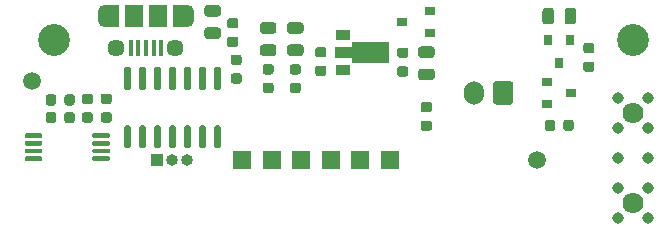
<source format=gts>
%TF.GenerationSoftware,KiCad,Pcbnew,5.1.9-73d0e3b20d~88~ubuntu20.04.1*%
%TF.CreationDate,2021-04-22T17:18:43+01:00*%
%TF.ProjectId,hat,6861742e-6b69-4636-9164-5f7063625858,rev?*%
%TF.SameCoordinates,Original*%
%TF.FileFunction,Soldermask,Top*%
%TF.FilePolarity,Negative*%
%FSLAX46Y46*%
G04 Gerber Fmt 4.6, Leading zero omitted, Abs format (unit mm)*
G04 Created by KiCad (PCBNEW 5.1.9-73d0e3b20d~88~ubuntu20.04.1) date 2021-04-22 17:18:43*
%MOMM*%
%LPD*%
G01*
G04 APERTURE LIST*
%ADD10C,0.970000*%
%ADD11C,1.780000*%
%ADD12R,0.900000X0.800000*%
%ADD13O,1.000000X1.000000*%
%ADD14R,1.000000X1.000000*%
%ADD15R,1.500000X1.500000*%
%ADD16C,1.500000*%
%ADD17R,0.800000X0.900000*%
%ADD18C,2.700000*%
%ADD19C,0.100000*%
%ADD20R,1.300000X0.900000*%
%ADD21R,1.200000X1.900000*%
%ADD22O,1.200000X1.900000*%
%ADD23R,1.500000X1.900000*%
%ADD24C,1.450000*%
%ADD25R,0.400000X1.350000*%
%ADD26O,1.700000X2.000000*%
G04 APERTURE END LIST*
%TO.C,R9*%
G36*
G01*
X149006250Y-104650000D02*
X148493750Y-104650000D01*
G75*
G02*
X148275000Y-104431250I0J218750D01*
G01*
X148275000Y-103993750D01*
G75*
G02*
X148493750Y-103775000I218750J0D01*
G01*
X149006250Y-103775000D01*
G75*
G02*
X149225000Y-103993750I0J-218750D01*
G01*
X149225000Y-104431250D01*
G75*
G02*
X149006250Y-104650000I-218750J0D01*
G01*
G37*
G36*
G01*
X149006250Y-106225000D02*
X148493750Y-106225000D01*
G75*
G02*
X148275000Y-106006250I0J218750D01*
G01*
X148275000Y-105568750D01*
G75*
G02*
X148493750Y-105350000I218750J0D01*
G01*
X149006250Y-105350000D01*
G75*
G02*
X149225000Y-105568750I0J-218750D01*
G01*
X149225000Y-106006250D01*
G75*
G02*
X149006250Y-106225000I-218750J0D01*
G01*
G37*
%TD*%
%TO.C,R8*%
G36*
G01*
X118856250Y-102550000D02*
X118343750Y-102550000D01*
G75*
G02*
X118125000Y-102331250I0J218750D01*
G01*
X118125000Y-101893750D01*
G75*
G02*
X118343750Y-101675000I218750J0D01*
G01*
X118856250Y-101675000D01*
G75*
G02*
X119075000Y-101893750I0J-218750D01*
G01*
X119075000Y-102331250D01*
G75*
G02*
X118856250Y-102550000I-218750J0D01*
G01*
G37*
G36*
G01*
X118856250Y-104125000D02*
X118343750Y-104125000D01*
G75*
G02*
X118125000Y-103906250I0J218750D01*
G01*
X118125000Y-103468750D01*
G75*
G02*
X118343750Y-103250000I218750J0D01*
G01*
X118856250Y-103250000D01*
G75*
G02*
X119075000Y-103468750I0J-218750D01*
G01*
X119075000Y-103906250D01*
G75*
G02*
X118856250Y-104125000I-218750J0D01*
G01*
G37*
%TD*%
%TO.C,R1*%
G36*
G01*
X134743750Y-110350000D02*
X135256250Y-110350000D01*
G75*
G02*
X135475000Y-110568750I0J-218750D01*
G01*
X135475000Y-111006250D01*
G75*
G02*
X135256250Y-111225000I-218750J0D01*
G01*
X134743750Y-111225000D01*
G75*
G02*
X134525000Y-111006250I0J218750D01*
G01*
X134525000Y-110568750D01*
G75*
G02*
X134743750Y-110350000I218750J0D01*
G01*
G37*
G36*
G01*
X134743750Y-108775000D02*
X135256250Y-108775000D01*
G75*
G02*
X135475000Y-108993750I0J-218750D01*
G01*
X135475000Y-109431250D01*
G75*
G02*
X135256250Y-109650000I-218750J0D01*
G01*
X134743750Y-109650000D01*
G75*
G02*
X134525000Y-109431250I0J218750D01*
G01*
X134525000Y-108993750D01*
G75*
G02*
X134743750Y-108775000I218750J0D01*
G01*
G37*
%TD*%
%TO.C,D6*%
G36*
G01*
X146700000Y-101956250D02*
X146700000Y-101043750D01*
G75*
G02*
X146943750Y-100800000I243750J0D01*
G01*
X147431250Y-100800000D01*
G75*
G02*
X147675000Y-101043750I0J-243750D01*
G01*
X147675000Y-101956250D01*
G75*
G02*
X147431250Y-102200000I-243750J0D01*
G01*
X146943750Y-102200000D01*
G75*
G02*
X146700000Y-101956250I0J243750D01*
G01*
G37*
G36*
G01*
X144825000Y-101956250D02*
X144825000Y-101043750D01*
G75*
G02*
X145068750Y-100800000I243750J0D01*
G01*
X145556250Y-100800000D01*
G75*
G02*
X145800000Y-101043750I0J-243750D01*
G01*
X145800000Y-101956250D01*
G75*
G02*
X145556250Y-102200000I-243750J0D01*
G01*
X145068750Y-102200000D01*
G75*
G02*
X144825000Y-101956250I0J243750D01*
G01*
G37*
%TD*%
%TO.C,D5*%
G36*
G01*
X117356250Y-101550000D02*
X116443750Y-101550000D01*
G75*
G02*
X116200000Y-101306250I0J243750D01*
G01*
X116200000Y-100818750D01*
G75*
G02*
X116443750Y-100575000I243750J0D01*
G01*
X117356250Y-100575000D01*
G75*
G02*
X117600000Y-100818750I0J-243750D01*
G01*
X117600000Y-101306250D01*
G75*
G02*
X117356250Y-101550000I-243750J0D01*
G01*
G37*
G36*
G01*
X117356250Y-103425000D02*
X116443750Y-103425000D01*
G75*
G02*
X116200000Y-103181250I0J243750D01*
G01*
X116200000Y-102693750D01*
G75*
G02*
X116443750Y-102450000I243750J0D01*
G01*
X117356250Y-102450000D01*
G75*
G02*
X117600000Y-102693750I0J-243750D01*
G01*
X117600000Y-103181250D01*
G75*
G02*
X117356250Y-103425000I-243750J0D01*
G01*
G37*
%TD*%
%TO.C,D1*%
G36*
G01*
X135456250Y-105050000D02*
X134543750Y-105050000D01*
G75*
G02*
X134300000Y-104806250I0J243750D01*
G01*
X134300000Y-104318750D01*
G75*
G02*
X134543750Y-104075000I243750J0D01*
G01*
X135456250Y-104075000D01*
G75*
G02*
X135700000Y-104318750I0J-243750D01*
G01*
X135700000Y-104806250D01*
G75*
G02*
X135456250Y-105050000I-243750J0D01*
G01*
G37*
G36*
G01*
X135456250Y-106925000D02*
X134543750Y-106925000D01*
G75*
G02*
X134300000Y-106681250I0J243750D01*
G01*
X134300000Y-106193750D01*
G75*
G02*
X134543750Y-105950000I243750J0D01*
G01*
X135456250Y-105950000D01*
G75*
G02*
X135700000Y-106193750I0J-243750D01*
G01*
X135700000Y-106681250D01*
G75*
G02*
X135456250Y-106925000I-243750J0D01*
G01*
G37*
%TD*%
D10*
%TO.C,J3*%
X153770000Y-118580000D03*
X151230000Y-118580000D03*
X153770000Y-116040000D03*
X151230000Y-116040000D03*
X153770000Y-113500000D03*
X151230000Y-113500000D03*
X153770000Y-110960000D03*
X151230000Y-110960000D03*
X153770000Y-108420000D03*
X151230000Y-108420000D03*
D11*
X152500000Y-117310000D03*
X152500000Y-109690000D03*
%TD*%
%TO.C,R7*%
G36*
G01*
X103650000Y-109843750D02*
X103650000Y-110356250D01*
G75*
G02*
X103431250Y-110575000I-218750J0D01*
G01*
X102993750Y-110575000D01*
G75*
G02*
X102775000Y-110356250I0J218750D01*
G01*
X102775000Y-109843750D01*
G75*
G02*
X102993750Y-109625000I218750J0D01*
G01*
X103431250Y-109625000D01*
G75*
G02*
X103650000Y-109843750I0J-218750D01*
G01*
G37*
G36*
G01*
X105225000Y-109843750D02*
X105225000Y-110356250D01*
G75*
G02*
X105006250Y-110575000I-218750J0D01*
G01*
X104568750Y-110575000D01*
G75*
G02*
X104350000Y-110356250I0J218750D01*
G01*
X104350000Y-109843750D01*
G75*
G02*
X104568750Y-109625000I218750J0D01*
G01*
X105006250Y-109625000D01*
G75*
G02*
X105225000Y-109843750I0J-218750D01*
G01*
G37*
%TD*%
%TO.C,R2*%
G36*
G01*
X103650000Y-108343750D02*
X103650000Y-108856250D01*
G75*
G02*
X103431250Y-109075000I-218750J0D01*
G01*
X102993750Y-109075000D01*
G75*
G02*
X102775000Y-108856250I0J218750D01*
G01*
X102775000Y-108343750D01*
G75*
G02*
X102993750Y-108125000I218750J0D01*
G01*
X103431250Y-108125000D01*
G75*
G02*
X103650000Y-108343750I0J-218750D01*
G01*
G37*
G36*
G01*
X105225000Y-108343750D02*
X105225000Y-108856250D01*
G75*
G02*
X105006250Y-109075000I-218750J0D01*
G01*
X104568750Y-109075000D01*
G75*
G02*
X104350000Y-108856250I0J218750D01*
G01*
X104350000Y-108343750D01*
G75*
G02*
X104568750Y-108125000I218750J0D01*
G01*
X105006250Y-108125000D01*
G75*
G02*
X105225000Y-108343750I0J-218750D01*
G01*
G37*
%TD*%
D12*
%TO.C,D4*%
X132900000Y-102000000D03*
X135300000Y-101050000D03*
X135300000Y-102950000D03*
%TD*%
%TO.C,C3*%
G36*
G01*
X108156250Y-108950000D02*
X107643750Y-108950000D01*
G75*
G02*
X107425000Y-108731250I0J218750D01*
G01*
X107425000Y-108293750D01*
G75*
G02*
X107643750Y-108075000I218750J0D01*
G01*
X108156250Y-108075000D01*
G75*
G02*
X108375000Y-108293750I0J-218750D01*
G01*
X108375000Y-108731250D01*
G75*
G02*
X108156250Y-108950000I-218750J0D01*
G01*
G37*
G36*
G01*
X108156250Y-110525000D02*
X107643750Y-110525000D01*
G75*
G02*
X107425000Y-110306250I0J218750D01*
G01*
X107425000Y-109868750D01*
G75*
G02*
X107643750Y-109650000I218750J0D01*
G01*
X108156250Y-109650000D01*
G75*
G02*
X108375000Y-109868750I0J-218750D01*
G01*
X108375000Y-110306250D01*
G75*
G02*
X108156250Y-110525000I-218750J0D01*
G01*
G37*
%TD*%
D13*
%TO.C,JP1*%
X114770000Y-113700000D03*
X113500000Y-113700000D03*
D14*
X112230000Y-113700000D03*
%TD*%
D15*
%TO.C,TP6*%
X119400000Y-113700000D03*
%TD*%
%TO.C,TP5*%
X124400000Y-113700000D03*
%TD*%
%TO.C,TP4*%
X121900000Y-113700000D03*
%TD*%
%TO.C,TP3*%
X126900000Y-113700000D03*
%TD*%
%TO.C,TP2*%
X129400000Y-113700000D03*
%TD*%
%TO.C,TP1*%
X131900000Y-113700000D03*
%TD*%
D16*
%TO.C,FID2*%
X144400000Y-113700000D03*
%TD*%
%TO.C,FID1*%
X101600000Y-107000000D03*
%TD*%
%TO.C,IC1*%
G36*
G01*
X106725000Y-111725000D02*
X106725000Y-111525000D01*
G75*
G02*
X106825000Y-111425000I100000J0D01*
G01*
X108100000Y-111425000D01*
G75*
G02*
X108200000Y-111525000I0J-100000D01*
G01*
X108200000Y-111725000D01*
G75*
G02*
X108100000Y-111825000I-100000J0D01*
G01*
X106825000Y-111825000D01*
G75*
G02*
X106725000Y-111725000I0J100000D01*
G01*
G37*
G36*
G01*
X106725000Y-112375000D02*
X106725000Y-112175000D01*
G75*
G02*
X106825000Y-112075000I100000J0D01*
G01*
X108100000Y-112075000D01*
G75*
G02*
X108200000Y-112175000I0J-100000D01*
G01*
X108200000Y-112375000D01*
G75*
G02*
X108100000Y-112475000I-100000J0D01*
G01*
X106825000Y-112475000D01*
G75*
G02*
X106725000Y-112375000I0J100000D01*
G01*
G37*
G36*
G01*
X106725000Y-113025000D02*
X106725000Y-112825000D01*
G75*
G02*
X106825000Y-112725000I100000J0D01*
G01*
X108100000Y-112725000D01*
G75*
G02*
X108200000Y-112825000I0J-100000D01*
G01*
X108200000Y-113025000D01*
G75*
G02*
X108100000Y-113125000I-100000J0D01*
G01*
X106825000Y-113125000D01*
G75*
G02*
X106725000Y-113025000I0J100000D01*
G01*
G37*
G36*
G01*
X106725000Y-113675000D02*
X106725000Y-113475000D01*
G75*
G02*
X106825000Y-113375000I100000J0D01*
G01*
X108100000Y-113375000D01*
G75*
G02*
X108200000Y-113475000I0J-100000D01*
G01*
X108200000Y-113675000D01*
G75*
G02*
X108100000Y-113775000I-100000J0D01*
G01*
X106825000Y-113775000D01*
G75*
G02*
X106725000Y-113675000I0J100000D01*
G01*
G37*
G36*
G01*
X101000000Y-113675000D02*
X101000000Y-113475000D01*
G75*
G02*
X101100000Y-113375000I100000J0D01*
G01*
X102375000Y-113375000D01*
G75*
G02*
X102475000Y-113475000I0J-100000D01*
G01*
X102475000Y-113675000D01*
G75*
G02*
X102375000Y-113775000I-100000J0D01*
G01*
X101100000Y-113775000D01*
G75*
G02*
X101000000Y-113675000I0J100000D01*
G01*
G37*
G36*
G01*
X101000000Y-113025000D02*
X101000000Y-112825000D01*
G75*
G02*
X101100000Y-112725000I100000J0D01*
G01*
X102375000Y-112725000D01*
G75*
G02*
X102475000Y-112825000I0J-100000D01*
G01*
X102475000Y-113025000D01*
G75*
G02*
X102375000Y-113125000I-100000J0D01*
G01*
X101100000Y-113125000D01*
G75*
G02*
X101000000Y-113025000I0J100000D01*
G01*
G37*
G36*
G01*
X101000000Y-112375000D02*
X101000000Y-112175000D01*
G75*
G02*
X101100000Y-112075000I100000J0D01*
G01*
X102375000Y-112075000D01*
G75*
G02*
X102475000Y-112175000I0J-100000D01*
G01*
X102475000Y-112375000D01*
G75*
G02*
X102375000Y-112475000I-100000J0D01*
G01*
X101100000Y-112475000D01*
G75*
G02*
X101000000Y-112375000I0J100000D01*
G01*
G37*
G36*
G01*
X101000000Y-111725000D02*
X101000000Y-111525000D01*
G75*
G02*
X101100000Y-111425000I100000J0D01*
G01*
X102375000Y-111425000D01*
G75*
G02*
X102475000Y-111525000I0J-100000D01*
G01*
X102475000Y-111725000D01*
G75*
G02*
X102375000Y-111825000I-100000J0D01*
G01*
X101100000Y-111825000D01*
G75*
G02*
X101000000Y-111725000I0J100000D01*
G01*
G37*
%TD*%
%TO.C,C4*%
G36*
G01*
X106556250Y-108950000D02*
X106043750Y-108950000D01*
G75*
G02*
X105825000Y-108731250I0J218750D01*
G01*
X105825000Y-108293750D01*
G75*
G02*
X106043750Y-108075000I218750J0D01*
G01*
X106556250Y-108075000D01*
G75*
G02*
X106775000Y-108293750I0J-218750D01*
G01*
X106775000Y-108731250D01*
G75*
G02*
X106556250Y-108950000I-218750J0D01*
G01*
G37*
G36*
G01*
X106556250Y-110525000D02*
X106043750Y-110525000D01*
G75*
G02*
X105825000Y-110306250I0J218750D01*
G01*
X105825000Y-109868750D01*
G75*
G02*
X106043750Y-109650000I218750J0D01*
G01*
X106556250Y-109650000D01*
G75*
G02*
X106775000Y-109868750I0J-218750D01*
G01*
X106775000Y-110306250D01*
G75*
G02*
X106556250Y-110525000I-218750J0D01*
G01*
G37*
%TD*%
%TO.C,R6*%
G36*
G01*
X118643750Y-106350000D02*
X119156250Y-106350000D01*
G75*
G02*
X119375000Y-106568750I0J-218750D01*
G01*
X119375000Y-107006250D01*
G75*
G02*
X119156250Y-107225000I-218750J0D01*
G01*
X118643750Y-107225000D01*
G75*
G02*
X118425000Y-107006250I0J218750D01*
G01*
X118425000Y-106568750D01*
G75*
G02*
X118643750Y-106350000I218750J0D01*
G01*
G37*
G36*
G01*
X118643750Y-104775000D02*
X119156250Y-104775000D01*
G75*
G02*
X119375000Y-104993750I0J-218750D01*
G01*
X119375000Y-105431250D01*
G75*
G02*
X119156250Y-105650000I-218750J0D01*
G01*
X118643750Y-105650000D01*
G75*
G02*
X118425000Y-105431250I0J218750D01*
G01*
X118425000Y-104993750D01*
G75*
G02*
X118643750Y-104775000I218750J0D01*
G01*
G37*
%TD*%
D12*
%TO.C,Q2*%
X147250000Y-108000000D03*
X145250000Y-108950000D03*
X145250000Y-107050000D03*
%TD*%
D17*
%TO.C,Q1*%
X146250000Y-105500000D03*
X145300000Y-103500000D03*
X147200000Y-103500000D03*
%TD*%
D18*
%TO.C,H2*%
X103500000Y-103500000D03*
%TD*%
%TO.C,H1*%
X152500000Y-103500000D03*
%TD*%
%TO.C,U2*%
G36*
G01*
X109840000Y-107750000D02*
X109540000Y-107750000D01*
G75*
G02*
X109390000Y-107600000I0J150000D01*
G01*
X109390000Y-105950000D01*
G75*
G02*
X109540000Y-105800000I150000J0D01*
G01*
X109840000Y-105800000D01*
G75*
G02*
X109990000Y-105950000I0J-150000D01*
G01*
X109990000Y-107600000D01*
G75*
G02*
X109840000Y-107750000I-150000J0D01*
G01*
G37*
G36*
G01*
X111110000Y-107750000D02*
X110810000Y-107750000D01*
G75*
G02*
X110660000Y-107600000I0J150000D01*
G01*
X110660000Y-105950000D01*
G75*
G02*
X110810000Y-105800000I150000J0D01*
G01*
X111110000Y-105800000D01*
G75*
G02*
X111260000Y-105950000I0J-150000D01*
G01*
X111260000Y-107600000D01*
G75*
G02*
X111110000Y-107750000I-150000J0D01*
G01*
G37*
G36*
G01*
X112380000Y-107750000D02*
X112080000Y-107750000D01*
G75*
G02*
X111930000Y-107600000I0J150000D01*
G01*
X111930000Y-105950000D01*
G75*
G02*
X112080000Y-105800000I150000J0D01*
G01*
X112380000Y-105800000D01*
G75*
G02*
X112530000Y-105950000I0J-150000D01*
G01*
X112530000Y-107600000D01*
G75*
G02*
X112380000Y-107750000I-150000J0D01*
G01*
G37*
G36*
G01*
X113650000Y-107750000D02*
X113350000Y-107750000D01*
G75*
G02*
X113200000Y-107600000I0J150000D01*
G01*
X113200000Y-105950000D01*
G75*
G02*
X113350000Y-105800000I150000J0D01*
G01*
X113650000Y-105800000D01*
G75*
G02*
X113800000Y-105950000I0J-150000D01*
G01*
X113800000Y-107600000D01*
G75*
G02*
X113650000Y-107750000I-150000J0D01*
G01*
G37*
G36*
G01*
X114920000Y-107750000D02*
X114620000Y-107750000D01*
G75*
G02*
X114470000Y-107600000I0J150000D01*
G01*
X114470000Y-105950000D01*
G75*
G02*
X114620000Y-105800000I150000J0D01*
G01*
X114920000Y-105800000D01*
G75*
G02*
X115070000Y-105950000I0J-150000D01*
G01*
X115070000Y-107600000D01*
G75*
G02*
X114920000Y-107750000I-150000J0D01*
G01*
G37*
G36*
G01*
X116190000Y-107750000D02*
X115890000Y-107750000D01*
G75*
G02*
X115740000Y-107600000I0J150000D01*
G01*
X115740000Y-105950000D01*
G75*
G02*
X115890000Y-105800000I150000J0D01*
G01*
X116190000Y-105800000D01*
G75*
G02*
X116340000Y-105950000I0J-150000D01*
G01*
X116340000Y-107600000D01*
G75*
G02*
X116190000Y-107750000I-150000J0D01*
G01*
G37*
G36*
G01*
X117460000Y-107750000D02*
X117160000Y-107750000D01*
G75*
G02*
X117010000Y-107600000I0J150000D01*
G01*
X117010000Y-105950000D01*
G75*
G02*
X117160000Y-105800000I150000J0D01*
G01*
X117460000Y-105800000D01*
G75*
G02*
X117610000Y-105950000I0J-150000D01*
G01*
X117610000Y-107600000D01*
G75*
G02*
X117460000Y-107750000I-150000J0D01*
G01*
G37*
G36*
G01*
X117460000Y-112700000D02*
X117160000Y-112700000D01*
G75*
G02*
X117010000Y-112550000I0J150000D01*
G01*
X117010000Y-110900000D01*
G75*
G02*
X117160000Y-110750000I150000J0D01*
G01*
X117460000Y-110750000D01*
G75*
G02*
X117610000Y-110900000I0J-150000D01*
G01*
X117610000Y-112550000D01*
G75*
G02*
X117460000Y-112700000I-150000J0D01*
G01*
G37*
G36*
G01*
X116190000Y-112700000D02*
X115890000Y-112700000D01*
G75*
G02*
X115740000Y-112550000I0J150000D01*
G01*
X115740000Y-110900000D01*
G75*
G02*
X115890000Y-110750000I150000J0D01*
G01*
X116190000Y-110750000D01*
G75*
G02*
X116340000Y-110900000I0J-150000D01*
G01*
X116340000Y-112550000D01*
G75*
G02*
X116190000Y-112700000I-150000J0D01*
G01*
G37*
G36*
G01*
X114920000Y-112700000D02*
X114620000Y-112700000D01*
G75*
G02*
X114470000Y-112550000I0J150000D01*
G01*
X114470000Y-110900000D01*
G75*
G02*
X114620000Y-110750000I150000J0D01*
G01*
X114920000Y-110750000D01*
G75*
G02*
X115070000Y-110900000I0J-150000D01*
G01*
X115070000Y-112550000D01*
G75*
G02*
X114920000Y-112700000I-150000J0D01*
G01*
G37*
G36*
G01*
X113650000Y-112700000D02*
X113350000Y-112700000D01*
G75*
G02*
X113200000Y-112550000I0J150000D01*
G01*
X113200000Y-110900000D01*
G75*
G02*
X113350000Y-110750000I150000J0D01*
G01*
X113650000Y-110750000D01*
G75*
G02*
X113800000Y-110900000I0J-150000D01*
G01*
X113800000Y-112550000D01*
G75*
G02*
X113650000Y-112700000I-150000J0D01*
G01*
G37*
G36*
G01*
X112380000Y-112700000D02*
X112080000Y-112700000D01*
G75*
G02*
X111930000Y-112550000I0J150000D01*
G01*
X111930000Y-110900000D01*
G75*
G02*
X112080000Y-110750000I150000J0D01*
G01*
X112380000Y-110750000D01*
G75*
G02*
X112530000Y-110900000I0J-150000D01*
G01*
X112530000Y-112550000D01*
G75*
G02*
X112380000Y-112700000I-150000J0D01*
G01*
G37*
G36*
G01*
X111110000Y-112700000D02*
X110810000Y-112700000D01*
G75*
G02*
X110660000Y-112550000I0J150000D01*
G01*
X110660000Y-110900000D01*
G75*
G02*
X110810000Y-110750000I150000J0D01*
G01*
X111110000Y-110750000D01*
G75*
G02*
X111260000Y-110900000I0J-150000D01*
G01*
X111260000Y-112550000D01*
G75*
G02*
X111110000Y-112700000I-150000J0D01*
G01*
G37*
G36*
G01*
X109840000Y-112700000D02*
X109540000Y-112700000D01*
G75*
G02*
X109390000Y-112550000I0J150000D01*
G01*
X109390000Y-110900000D01*
G75*
G02*
X109540000Y-110750000I150000J0D01*
G01*
X109840000Y-110750000D01*
G75*
G02*
X109990000Y-110900000I0J-150000D01*
G01*
X109990000Y-112550000D01*
G75*
G02*
X109840000Y-112700000I-150000J0D01*
G01*
G37*
%TD*%
D19*
%TO.C,U1*%
G36*
X131850000Y-105466500D02*
G01*
X128725000Y-105466500D01*
X128725000Y-105050000D01*
X127250000Y-105050000D01*
X127250000Y-104150000D01*
X128725000Y-104150000D01*
X128725000Y-103733500D01*
X131850000Y-103733500D01*
X131850000Y-105466500D01*
G37*
D20*
X127900000Y-106100000D03*
X127900000Y-103100000D03*
%TD*%
%TO.C,R5*%
G36*
G01*
X146600000Y-111006250D02*
X146600000Y-110493750D01*
G75*
G02*
X146818750Y-110275000I218750J0D01*
G01*
X147256250Y-110275000D01*
G75*
G02*
X147475000Y-110493750I0J-218750D01*
G01*
X147475000Y-111006250D01*
G75*
G02*
X147256250Y-111225000I-218750J0D01*
G01*
X146818750Y-111225000D01*
G75*
G02*
X146600000Y-111006250I0J218750D01*
G01*
G37*
G36*
G01*
X145025000Y-111006250D02*
X145025000Y-110493750D01*
G75*
G02*
X145243750Y-110275000I218750J0D01*
G01*
X145681250Y-110275000D01*
G75*
G02*
X145900000Y-110493750I0J-218750D01*
G01*
X145900000Y-111006250D01*
G75*
G02*
X145681250Y-111225000I-218750J0D01*
G01*
X145243750Y-111225000D01*
G75*
G02*
X145025000Y-111006250I0J218750D01*
G01*
G37*
%TD*%
%TO.C,R4*%
G36*
G01*
X123643750Y-107150000D02*
X124156250Y-107150000D01*
G75*
G02*
X124375000Y-107368750I0J-218750D01*
G01*
X124375000Y-107806250D01*
G75*
G02*
X124156250Y-108025000I-218750J0D01*
G01*
X123643750Y-108025000D01*
G75*
G02*
X123425000Y-107806250I0J218750D01*
G01*
X123425000Y-107368750D01*
G75*
G02*
X123643750Y-107150000I218750J0D01*
G01*
G37*
G36*
G01*
X123643750Y-105575000D02*
X124156250Y-105575000D01*
G75*
G02*
X124375000Y-105793750I0J-218750D01*
G01*
X124375000Y-106231250D01*
G75*
G02*
X124156250Y-106450000I-218750J0D01*
G01*
X123643750Y-106450000D01*
G75*
G02*
X123425000Y-106231250I0J218750D01*
G01*
X123425000Y-105793750D01*
G75*
G02*
X123643750Y-105575000I218750J0D01*
G01*
G37*
%TD*%
%TO.C,R3*%
G36*
G01*
X121343750Y-107150000D02*
X121856250Y-107150000D01*
G75*
G02*
X122075000Y-107368750I0J-218750D01*
G01*
X122075000Y-107806250D01*
G75*
G02*
X121856250Y-108025000I-218750J0D01*
G01*
X121343750Y-108025000D01*
G75*
G02*
X121125000Y-107806250I0J218750D01*
G01*
X121125000Y-107368750D01*
G75*
G02*
X121343750Y-107150000I218750J0D01*
G01*
G37*
G36*
G01*
X121343750Y-105575000D02*
X121856250Y-105575000D01*
G75*
G02*
X122075000Y-105793750I0J-218750D01*
G01*
X122075000Y-106231250D01*
G75*
G02*
X121856250Y-106450000I-218750J0D01*
G01*
X121343750Y-106450000D01*
G75*
G02*
X121125000Y-106231250I0J218750D01*
G01*
X121125000Y-105793750D01*
G75*
G02*
X121343750Y-105575000I218750J0D01*
G01*
G37*
%TD*%
D21*
%TO.C,J2*%
X114150000Y-101512500D03*
X108350000Y-101512500D03*
D22*
X107750000Y-101512500D03*
X114750000Y-101512500D03*
D23*
X112250000Y-101512500D03*
D24*
X108750000Y-104212500D03*
D25*
X111250000Y-104212500D03*
X110600000Y-104212500D03*
X109950000Y-104212500D03*
X112550000Y-104212500D03*
X111900000Y-104212500D03*
D24*
X113750000Y-104212500D03*
D23*
X110250000Y-101512500D03*
%TD*%
D26*
%TO.C,J1*%
X139000000Y-108000000D03*
G36*
G01*
X142350000Y-107250000D02*
X142350000Y-108750000D01*
G75*
G02*
X142100000Y-109000000I-250000J0D01*
G01*
X140900000Y-109000000D01*
G75*
G02*
X140650000Y-108750000I0J250000D01*
G01*
X140650000Y-107250000D01*
G75*
G02*
X140900000Y-107000000I250000J0D01*
G01*
X142100000Y-107000000D01*
G75*
G02*
X142350000Y-107250000I0J-250000D01*
G01*
G37*
%TD*%
%TO.C,D3*%
G36*
G01*
X124356250Y-103000000D02*
X123443750Y-103000000D01*
G75*
G02*
X123200000Y-102756250I0J243750D01*
G01*
X123200000Y-102268750D01*
G75*
G02*
X123443750Y-102025000I243750J0D01*
G01*
X124356250Y-102025000D01*
G75*
G02*
X124600000Y-102268750I0J-243750D01*
G01*
X124600000Y-102756250D01*
G75*
G02*
X124356250Y-103000000I-243750J0D01*
G01*
G37*
G36*
G01*
X124356250Y-104875000D02*
X123443750Y-104875000D01*
G75*
G02*
X123200000Y-104631250I0J243750D01*
G01*
X123200000Y-104143750D01*
G75*
G02*
X123443750Y-103900000I243750J0D01*
G01*
X124356250Y-103900000D01*
G75*
G02*
X124600000Y-104143750I0J-243750D01*
G01*
X124600000Y-104631250D01*
G75*
G02*
X124356250Y-104875000I-243750J0D01*
G01*
G37*
%TD*%
%TO.C,D2*%
G36*
G01*
X122056250Y-103000000D02*
X121143750Y-103000000D01*
G75*
G02*
X120900000Y-102756250I0J243750D01*
G01*
X120900000Y-102268750D01*
G75*
G02*
X121143750Y-102025000I243750J0D01*
G01*
X122056250Y-102025000D01*
G75*
G02*
X122300000Y-102268750I0J-243750D01*
G01*
X122300000Y-102756250D01*
G75*
G02*
X122056250Y-103000000I-243750J0D01*
G01*
G37*
G36*
G01*
X122056250Y-104875000D02*
X121143750Y-104875000D01*
G75*
G02*
X120900000Y-104631250I0J243750D01*
G01*
X120900000Y-104143750D01*
G75*
G02*
X121143750Y-103900000I243750J0D01*
G01*
X122056250Y-103900000D01*
G75*
G02*
X122300000Y-104143750I0J-243750D01*
G01*
X122300000Y-104631250D01*
G75*
G02*
X122056250Y-104875000I-243750J0D01*
G01*
G37*
%TD*%
%TO.C,C2*%
G36*
G01*
X126306250Y-105000000D02*
X125793750Y-105000000D01*
G75*
G02*
X125575000Y-104781250I0J218750D01*
G01*
X125575000Y-104343750D01*
G75*
G02*
X125793750Y-104125000I218750J0D01*
G01*
X126306250Y-104125000D01*
G75*
G02*
X126525000Y-104343750I0J-218750D01*
G01*
X126525000Y-104781250D01*
G75*
G02*
X126306250Y-105000000I-218750J0D01*
G01*
G37*
G36*
G01*
X126306250Y-106575000D02*
X125793750Y-106575000D01*
G75*
G02*
X125575000Y-106356250I0J218750D01*
G01*
X125575000Y-105918750D01*
G75*
G02*
X125793750Y-105700000I218750J0D01*
G01*
X126306250Y-105700000D01*
G75*
G02*
X126525000Y-105918750I0J-218750D01*
G01*
X126525000Y-106356250D01*
G75*
G02*
X126306250Y-106575000I-218750J0D01*
G01*
G37*
%TD*%
%TO.C,C1*%
G36*
G01*
X132743750Y-105750000D02*
X133256250Y-105750000D01*
G75*
G02*
X133475000Y-105968750I0J-218750D01*
G01*
X133475000Y-106406250D01*
G75*
G02*
X133256250Y-106625000I-218750J0D01*
G01*
X132743750Y-106625000D01*
G75*
G02*
X132525000Y-106406250I0J218750D01*
G01*
X132525000Y-105968750D01*
G75*
G02*
X132743750Y-105750000I218750J0D01*
G01*
G37*
G36*
G01*
X132743750Y-104175000D02*
X133256250Y-104175000D01*
G75*
G02*
X133475000Y-104393750I0J-218750D01*
G01*
X133475000Y-104831250D01*
G75*
G02*
X133256250Y-105050000I-218750J0D01*
G01*
X132743750Y-105050000D01*
G75*
G02*
X132525000Y-104831250I0J218750D01*
G01*
X132525000Y-104393750D01*
G75*
G02*
X132743750Y-104175000I218750J0D01*
G01*
G37*
%TD*%
M02*

</source>
